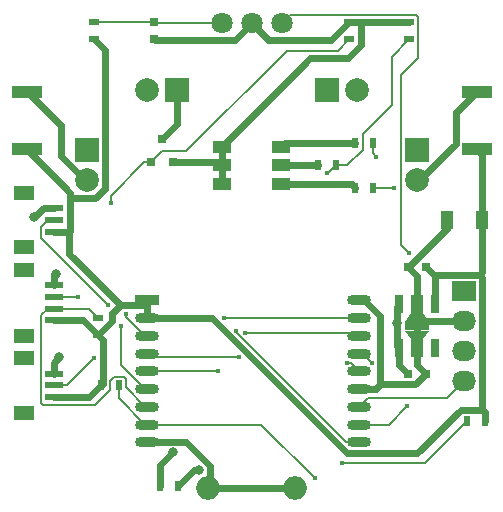
<source format=gtl>
G04 #@! TF.FileFunction,Copper,L1,Top,Signal*
%FSLAX46Y46*%
G04 Gerber Fmt 4.6, Leading zero omitted, Abs format (unit mm)*
G04 Created by KiCad (PCBNEW 4.0.1-stable) date 2017/04/12 14:46:20*
%MOMM*%
G01*
G04 APERTURE LIST*
%ADD10C,0.100000*%
%ADD11R,2.000000X2.000000*%
%ADD12C,2.000000*%
%ADD13R,0.800100X0.800100*%
%ADD14R,0.750000X0.800000*%
%ADD15R,0.800000X0.750000*%
%ADD16R,1.000000X1.600000*%
%ADD17R,0.500000X0.900000*%
%ADD18R,0.900000X0.500000*%
%ADD19R,2.500000X1.000000*%
%ADD20R,1.550000X0.600000*%
%ADD21R,1.800000X1.200000*%
%ADD22R,1.600000X1.000000*%
%ADD23O,2.000000X2.000000*%
%ADD24O,2.000000X0.900000*%
%ADD25R,2.000000X0.900000*%
%ADD26C,1.800000*%
%ADD27R,0.701040X1.501140*%
%ADD28R,1.000760X1.501140*%
%ADD29R,1.998980X0.800100*%
%ADD30R,2.032000X1.727200*%
%ADD31O,2.032000X1.727200*%
%ADD32C,0.800000*%
%ADD33C,0.400000*%
%ADD34C,0.600000*%
%ADD35C,0.200000*%
G04 APERTURE END LIST*
D10*
D11*
X113970000Y-91110000D03*
D12*
X113970000Y-93650000D03*
D11*
X86030000Y-91110000D03*
D12*
X86030000Y-93650000D03*
D11*
X106350000Y-86030000D03*
D12*
X108890000Y-86030000D03*
D11*
X93650000Y-86030000D03*
D12*
X91110000Y-86030000D03*
D13*
X91430000Y-92110760D03*
X93330000Y-92110760D03*
X92380000Y-90111780D03*
D14*
X91745000Y-80200000D03*
X91745000Y-81700000D03*
D15*
X113250000Y-110000000D03*
X114750000Y-110000000D03*
X114750000Y-101000000D03*
X113250000Y-101000000D03*
D16*
X119500000Y-97000000D03*
X116500000Y-97000000D03*
D17*
X119750000Y-114000000D03*
X118250000Y-114000000D03*
X87250000Y-111000000D03*
X88750000Y-111000000D03*
D18*
X87000000Y-106750000D03*
X87000000Y-105250000D03*
D17*
X110275000Y-90475000D03*
X108775000Y-90475000D03*
X107100000Y-92380000D03*
X105600000Y-92380000D03*
X110275000Y-94285000D03*
X108775000Y-94285000D03*
D19*
X119050000Y-91020000D03*
X119050000Y-86120000D03*
X80950000Y-91020000D03*
X80950000Y-86120000D03*
D18*
X113335000Y-81700000D03*
X113335000Y-80200000D03*
X86665000Y-81700000D03*
X86665000Y-80200000D03*
X108255000Y-81700000D03*
X108255000Y-80200000D03*
D20*
X83262500Y-105500000D03*
X83262500Y-104500000D03*
X83262500Y-103500000D03*
X83262500Y-102500000D03*
D21*
X80737500Y-106800000D03*
X80737500Y-101200000D03*
D20*
X83262500Y-112000000D03*
X83262500Y-111000000D03*
X83262500Y-110000000D03*
D21*
X80737500Y-113300000D03*
X80737500Y-108700000D03*
D20*
X83262500Y-98000000D03*
X83262500Y-97000000D03*
X83262500Y-96000000D03*
D21*
X80737500Y-99300000D03*
X80737500Y-94700000D03*
D17*
X92250000Y-119500000D03*
X93750000Y-119500000D03*
D22*
X97500000Y-90780000D03*
X97500000Y-92380000D03*
X97500000Y-93980000D03*
X102500000Y-90780000D03*
X102500000Y-92380000D03*
X102500000Y-93980000D03*
D23*
X96300000Y-119685000D03*
X103700000Y-119685000D03*
D24*
X109110000Y-115810000D03*
X91110000Y-115810000D03*
D25*
X91110000Y-103810000D03*
D24*
X91110000Y-105310000D03*
X91110000Y-106810000D03*
X91110000Y-108310000D03*
X91110000Y-109810000D03*
X91110000Y-111310000D03*
X91110000Y-112810000D03*
X91110000Y-114310000D03*
X109110000Y-114310000D03*
X109110000Y-112810000D03*
X109110000Y-111310000D03*
X109110000Y-109810000D03*
X109110000Y-108310000D03*
X109110000Y-106810000D03*
X109110000Y-105310000D03*
X109110000Y-103810000D03*
D26*
X102540000Y-80315000D03*
X100000000Y-80315000D03*
X97460000Y-80315000D03*
D10*
G36*
X112999240Y-105648210D02*
X113499620Y-104898910D01*
X114500380Y-104898910D01*
X115000760Y-105648210D01*
X112999240Y-105648210D01*
X112999240Y-105648210D01*
G37*
D27*
X112498860Y-104148340D03*
X115501140Y-104148340D03*
X112498860Y-107851660D03*
D28*
X114000000Y-107851660D03*
D27*
X115501140Y-107851660D03*
D28*
X114000000Y-104148340D03*
D10*
G36*
X115000760Y-106351790D02*
X114500380Y-107101090D01*
X113499620Y-107101090D01*
X112999240Y-106351790D01*
X115000760Y-106351790D01*
X115000760Y-106351790D01*
G37*
D29*
X114000000Y-106000000D03*
D30*
X118000000Y-103000000D03*
D31*
X118000000Y-105540000D03*
X118000000Y-108080000D03*
X118000000Y-110620000D03*
D32*
X83442300Y-101565800D03*
X81605100Y-96771700D03*
X83695500Y-108631700D03*
X112283000Y-105696500D03*
X93310800Y-116650700D03*
D33*
X89330100Y-104927700D03*
X88077800Y-95537900D03*
X110186900Y-109090000D03*
X107620000Y-117578300D03*
X105351000Y-118868500D03*
X98915400Y-108567800D03*
X110550300Y-91626000D03*
X88889200Y-106006300D03*
X106375000Y-93003500D03*
X97122900Y-109810000D03*
X112029600Y-94315700D03*
X113176100Y-112772600D03*
X113303700Y-99780000D03*
X108079700Y-109061400D03*
X98702800Y-106353300D03*
X85315300Y-103500000D03*
X99450200Y-106554500D03*
X86673500Y-108694000D03*
X97646200Y-105310000D03*
X87802900Y-104212500D03*
D32*
X95532300Y-118160600D03*
D34*
X86250000Y-112000000D02*
X87250000Y-111000000D01*
X83262500Y-112000000D02*
X86250000Y-112000000D01*
X119750000Y-113273600D02*
X119750000Y-114000000D01*
X119516200Y-113039800D02*
X119750000Y-113273600D01*
X115501100Y-104148300D02*
X115501100Y-101751100D01*
X115501100Y-101751100D02*
X114750000Y-101000000D01*
X119516400Y-101863100D02*
X119289300Y-101636000D01*
X119516400Y-113039600D02*
X119516400Y-101863100D01*
X119516200Y-113039800D02*
X119516400Y-113039600D01*
X115616200Y-101636000D02*
X115501100Y-101751100D01*
X119289300Y-101636000D02*
X115616200Y-101636000D01*
X119500000Y-91470000D02*
X119500000Y-97000000D01*
X119050000Y-91020000D02*
X119500000Y-91470000D01*
X119500000Y-101425300D02*
X119289300Y-101636000D01*
X119500000Y-97000000D02*
X119500000Y-101425300D01*
X85750000Y-105500000D02*
X87000000Y-106750000D01*
X83262500Y-105500000D02*
X85750000Y-105500000D01*
X87373900Y-110876100D02*
X87250000Y-111000000D01*
X87373900Y-107123900D02*
X87373900Y-110876100D01*
X87000000Y-106750000D02*
X87373900Y-107123900D01*
X83262500Y-98000000D02*
X84537700Y-98000000D01*
X87558000Y-82593000D02*
X86665000Y-81700000D01*
X87558000Y-94328800D02*
X87558000Y-82593000D01*
X86729000Y-95157800D02*
X87558000Y-94328800D01*
X84632700Y-95157800D02*
X86729000Y-95157800D01*
X84632700Y-97905000D02*
X84632700Y-95157800D01*
X84537700Y-98000000D02*
X84632700Y-97905000D01*
X84632700Y-94702700D02*
X80950000Y-91020000D01*
X84632700Y-95157800D02*
X84632700Y-94702700D01*
X117731900Y-113039800D02*
X119516200Y-113039800D01*
X114008800Y-116762900D02*
X117731900Y-113039800D01*
X108101000Y-116762900D02*
X114008800Y-116762900D01*
X96648100Y-105310000D02*
X108101000Y-116762900D01*
X91110000Y-105310000D02*
X96648100Y-105310000D01*
X91110000Y-105310000D02*
X91110000Y-104227300D01*
X91110000Y-104227300D02*
X91110000Y-103810000D01*
X84537700Y-99875300D02*
X84537700Y-98000000D01*
X88889700Y-104227300D02*
X84537700Y-99875300D01*
X91110000Y-104227300D02*
X88889700Y-104227300D01*
X88206100Y-105543900D02*
X87000000Y-106750000D01*
X88206100Y-104910900D02*
X88206100Y-105543900D01*
X88889700Y-104227300D02*
X88206100Y-104910900D01*
X114000000Y-106726400D02*
X114000000Y-106000000D01*
X97500000Y-93980000D02*
X97500000Y-92380000D01*
X113335000Y-80200000D02*
X109230600Y-80200000D01*
X83262500Y-101745600D02*
X83442300Y-101565800D01*
X83262500Y-102500000D02*
X83262500Y-101745600D01*
X109230600Y-80200000D02*
X108255000Y-80200000D01*
X114000000Y-106726400D02*
X114000000Y-107851700D01*
X116500000Y-97750000D02*
X116500000Y-97000000D01*
X113250000Y-101000000D02*
X116500000Y-97750000D01*
X114363200Y-105636800D02*
X114000000Y-105273600D01*
X114460000Y-105540000D02*
X114363200Y-105636800D01*
X118000000Y-105540000D02*
X114460000Y-105540000D01*
X114363200Y-105636800D02*
X114000000Y-106000000D01*
X96300000Y-119685000D02*
X96492900Y-119685000D01*
X96492900Y-119685000D02*
X103700000Y-119685000D01*
X114000000Y-109250000D02*
X114750000Y-110000000D01*
X114000000Y-107851700D02*
X114000000Y-109250000D01*
X113849400Y-110900600D02*
X114750000Y-110000000D01*
X110889000Y-110900600D02*
X113849400Y-110900600D01*
X110479600Y-111310000D02*
X110889000Y-110900600D01*
X109110000Y-111310000D02*
X110479600Y-111310000D01*
X109536600Y-103810000D02*
X109110000Y-103810000D01*
X110889000Y-105162400D02*
X109536600Y-103810000D01*
X110889000Y-110900600D02*
X110889000Y-105162400D01*
X91169600Y-115750400D02*
X91110000Y-115810000D01*
X94422400Y-115750400D02*
X91169600Y-115750400D01*
X96492900Y-117820900D02*
X94422400Y-115750400D01*
X96492900Y-119685000D02*
X96492900Y-117820900D01*
X114000000Y-105273600D02*
X114000000Y-104148300D01*
X114000000Y-101750000D02*
X113250000Y-101000000D01*
X114000000Y-104148300D02*
X114000000Y-101750000D01*
X82376800Y-96000000D02*
X83262500Y-96000000D01*
X81605100Y-96771700D02*
X82376800Y-96000000D01*
X104963800Y-83316200D02*
X97500000Y-90780000D01*
X108119300Y-83316200D02*
X104963800Y-83316200D01*
X109230600Y-82204900D02*
X108119300Y-83316200D01*
X109230600Y-80200000D02*
X109230600Y-82204900D01*
X97500000Y-92110800D02*
X93330000Y-92110800D01*
X97500000Y-90780000D02*
X97500000Y-92110800D01*
X97500000Y-92110800D02*
X97500000Y-92380000D01*
X101400300Y-81715300D02*
X100000000Y-80315000D01*
X106739700Y-81715300D02*
X101400300Y-81715300D01*
X108255000Y-80200000D02*
X106739700Y-81715300D01*
X91796200Y-81751200D02*
X91745000Y-81700000D01*
X98563800Y-81751200D02*
X91796200Y-81751200D01*
X100000000Y-80315000D02*
X98563800Y-81751200D01*
X83262500Y-109064700D02*
X83262500Y-110000000D01*
X83695500Y-108631700D02*
X83262500Y-109064700D01*
X112283000Y-104364200D02*
X112498900Y-104148300D01*
X112283000Y-105696500D02*
X112283000Y-104364200D01*
X112498900Y-109248900D02*
X113250000Y-110000000D01*
X112498900Y-107851700D02*
X112498900Y-109248900D01*
X112283000Y-107635800D02*
X112283000Y-105696500D01*
X112498900Y-107851700D02*
X112283000Y-107635800D01*
X92250000Y-117711500D02*
X92250000Y-119500000D01*
X93310800Y-116650700D02*
X92250000Y-117711500D01*
X108470000Y-93980000D02*
X108775000Y-94285000D01*
X102500000Y-93980000D02*
X108470000Y-93980000D01*
X102500000Y-92380000D02*
X105600000Y-92380000D01*
X114184800Y-93650000D02*
X113970000Y-93650000D01*
X117299600Y-90535200D02*
X114184800Y-93650000D01*
X117299600Y-87870400D02*
X117299600Y-90535200D01*
X119050000Y-86120000D02*
X117299600Y-87870400D01*
D35*
X107297700Y-82657300D02*
X108255000Y-81700000D01*
X102944000Y-82657300D02*
X107297700Y-82657300D01*
X94432600Y-91168700D02*
X102944000Y-82657300D01*
X92372100Y-91168700D02*
X94432600Y-91168700D01*
X91430000Y-92110800D02*
X92372100Y-91168700D01*
X90891100Y-92110800D02*
X91430000Y-92110800D01*
X88077800Y-94924100D02*
X90891100Y-92110800D01*
X88077800Y-95537900D02*
X88077800Y-94924100D01*
X89330100Y-105190500D02*
X89330100Y-104927700D01*
X90949600Y-106810000D02*
X89330100Y-105190500D01*
X91110000Y-106810000D02*
X90949600Y-106810000D01*
X109406900Y-108310000D02*
X110186900Y-109090000D01*
X109110000Y-108310000D02*
X109406900Y-108310000D01*
X114671700Y-117578300D02*
X118250000Y-114000000D01*
X107620000Y-117578300D02*
X114671700Y-117578300D01*
X100792500Y-114310000D02*
X91110000Y-114310000D01*
X105351000Y-118868500D02*
X100792500Y-114310000D01*
X88750000Y-112081500D02*
X88750000Y-111000000D01*
X90978500Y-114310000D02*
X88750000Y-112081500D01*
X91110000Y-114310000D02*
X90978500Y-114310000D01*
X110275000Y-91350700D02*
X110275000Y-90475000D01*
X110550300Y-91626000D02*
X110275000Y-91350700D01*
X91367800Y-108567800D02*
X98915400Y-108567800D01*
X91110000Y-108310000D02*
X91367800Y-108567800D01*
X108080000Y-92380000D02*
X107100000Y-92380000D01*
X109376100Y-91083900D02*
X108080000Y-92380000D01*
X109376100Y-89724600D02*
X109376100Y-91083900D01*
X111837600Y-87263100D02*
X109376100Y-89724600D01*
X111837600Y-83197400D02*
X111837600Y-87263100D01*
X113335000Y-81700000D02*
X111837600Y-83197400D01*
X106476500Y-93003500D02*
X107100000Y-92380000D01*
X106375000Y-93003500D02*
X106476500Y-93003500D01*
X88889200Y-109245300D02*
X88889200Y-106006300D01*
X90953900Y-111310000D02*
X88889200Y-109245300D01*
X91110000Y-111310000D02*
X90953900Y-111310000D01*
X110305700Y-94315700D02*
X110275000Y-94285000D01*
X112029600Y-94315700D02*
X110305700Y-94315700D01*
X91110000Y-109810000D02*
X97122900Y-109810000D01*
X111638700Y-114310000D02*
X109110000Y-114310000D01*
X113176100Y-112772600D02*
X111638700Y-114310000D01*
X109859600Y-112060400D02*
X109110000Y-112810000D01*
X116559600Y-112060400D02*
X109859600Y-112060400D01*
X118000000Y-110620000D02*
X116559600Y-112060400D01*
X112649700Y-99126000D02*
X113303700Y-99780000D01*
X112649700Y-84682600D02*
X112649700Y-99126000D01*
X114094800Y-83237500D02*
X112649700Y-84682600D01*
X114094800Y-79798900D02*
X114094800Y-83237500D01*
X113895500Y-79599600D02*
X114094800Y-79798900D01*
X103255400Y-79599600D02*
X113895500Y-79599600D01*
X102540000Y-80315000D02*
X103255400Y-79599600D01*
X108361400Y-109061400D02*
X108079700Y-109061400D01*
X109110000Y-109810000D02*
X108361400Y-109061400D01*
X90969000Y-112810000D02*
X91110000Y-112810000D01*
X89327200Y-111168200D02*
X90969000Y-112810000D01*
X89327200Y-110430300D02*
X89327200Y-111168200D01*
X89146500Y-110249600D02*
X89327200Y-110430300D01*
X88361200Y-110249600D02*
X89146500Y-110249600D01*
X87974300Y-110636500D02*
X88361200Y-110249600D01*
X87974300Y-111410000D02*
X87974300Y-110636500D01*
X86740000Y-112644300D02*
X87974300Y-111410000D01*
X82336400Y-112644300D02*
X86740000Y-112644300D01*
X82165000Y-112472900D02*
X82336400Y-112644300D01*
X82165000Y-105059800D02*
X82165000Y-112472900D01*
X82724800Y-104500000D02*
X82165000Y-105059800D01*
X83262500Y-104500000D02*
X82724800Y-104500000D01*
X86250000Y-104500000D02*
X87000000Y-105250000D01*
X83262500Y-104500000D02*
X86250000Y-104500000D01*
X83262500Y-103500000D02*
X85315300Y-103500000D01*
X98702800Y-106514800D02*
X98702800Y-106353300D01*
X107998000Y-115810000D02*
X98702800Y-106514800D01*
X109110000Y-115810000D02*
X107998000Y-115810000D01*
X108854500Y-106554500D02*
X99450200Y-106554500D01*
X109110000Y-106810000D02*
X108854500Y-106554500D01*
X84367500Y-111000000D02*
X86673500Y-108694000D01*
X83262500Y-111000000D02*
X84367500Y-111000000D01*
X82709200Y-97000000D02*
X83262500Y-97000000D01*
X82149200Y-97560000D02*
X82709200Y-97000000D01*
X82149200Y-98558800D02*
X82149200Y-97560000D01*
X87802900Y-104212500D02*
X82149200Y-98558800D01*
X109110000Y-105310000D02*
X97646200Y-105310000D01*
D34*
X95089400Y-118160600D02*
X95532300Y-118160600D01*
X93750000Y-119500000D02*
X95089400Y-118160600D01*
X102805000Y-90475000D02*
X102500000Y-90780000D01*
X108775000Y-90475000D02*
X102805000Y-90475000D01*
X85860100Y-93650000D02*
X86030000Y-93650000D01*
X83817900Y-91607800D02*
X85860100Y-93650000D01*
X83817900Y-88987900D02*
X83817900Y-91607800D01*
X80950000Y-86120000D02*
X83817900Y-88987900D01*
X93650000Y-88841800D02*
X93650000Y-86030000D01*
X92380000Y-90111800D02*
X93650000Y-88841800D01*
D35*
X91745000Y-80200000D02*
X86665000Y-80200000D01*
X91860000Y-80315000D02*
X91745000Y-80200000D01*
X97460000Y-80315000D02*
X91860000Y-80315000D01*
M02*

</source>
